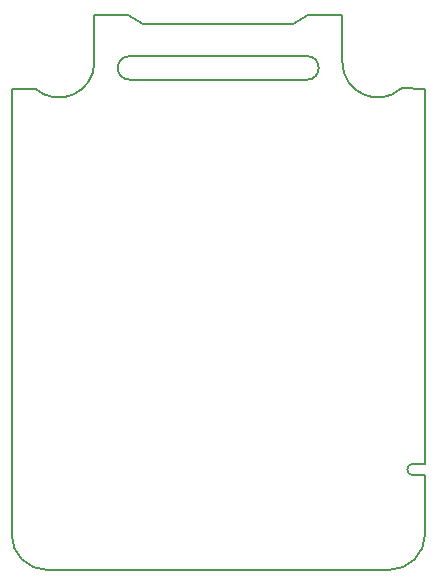
<source format=gm1>
G04 #@! TF.GenerationSoftware,KiCad,Pcbnew,5.0.2+dfsg1-1*
G04 #@! TF.CreationDate,2019-10-20T13:45:48+02:00*
G04 #@! TF.ProjectId,xling,786c696e-672e-46b6-9963-61645f706362,3.1*
G04 #@! TF.SameCoordinates,Original*
G04 #@! TF.FileFunction,Profile,NP*
%FSLAX46Y46*%
G04 Gerber Fmt 4.6, Leading zero omitted, Abs format (unit mm)*
G04 Created by KiCad (PCBNEW 5.0.2+dfsg1-1) date Sun 20 Oct 2019 13:45:48 CEST*
%MOMM*%
%LPD*%
G01*
G04 APERTURE LIST*
%ADD10C,0.200000*%
G04 APERTURE END LIST*
D10*
X77182000Y-42860000D02*
G75*
G02X77182000Y-44860000I0J-1000000D01*
G01*
X62182000Y-44860000D02*
G75*
G02X62182000Y-42860000I0J1000000D01*
G01*
X87182000Y-78360000D02*
X87182000Y-83360000D01*
X86182000Y-78360000D02*
G75*
G02X86182000Y-77360000I0J500000D01*
G01*
X87182000Y-78360000D02*
X86182000Y-78360000D01*
X87182000Y-77360000D02*
X86182000Y-77360000D01*
X77182000Y-42860000D02*
X69682000Y-42860000D01*
X77182000Y-44860000D02*
X69682000Y-44860000D01*
X62182000Y-42860000D02*
X69682000Y-42860000D01*
X69682000Y-44860000D02*
X62182000Y-44860000D01*
X85175092Y-45602228D02*
G75*
G02X80182000Y-43360000I-1993092J2242228D01*
G01*
X87182000Y-45610000D02*
X85175092Y-45602228D01*
X54182001Y-45609999D02*
X52182000Y-45610000D01*
X59192397Y-43360000D02*
G75*
G02X54182001Y-45609999I-3010397J0D01*
G01*
X77302000Y-39360000D02*
X80182000Y-39360000D01*
X80182000Y-43360000D02*
X80182000Y-39360000D01*
X59192397Y-43360000D02*
X59182000Y-39360000D01*
X87182000Y-83360000D02*
G75*
G02X84182000Y-86360000I-3000000J0D01*
G01*
X55182000Y-86360000D02*
G75*
G02X52182000Y-83360000I0J3000000D01*
G01*
X59182000Y-39360000D02*
X62062000Y-39360000D01*
X76032000Y-40122000D02*
X63332000Y-40122000D01*
X77302000Y-39360000D02*
X76032000Y-40122000D01*
X62062000Y-39360000D02*
X63332000Y-40122000D01*
X87182000Y-45610000D02*
X87182000Y-77360000D01*
X52182000Y-83360000D02*
X52182000Y-45610000D01*
X84182000Y-86360000D02*
X55182000Y-86360000D01*
M02*

</source>
